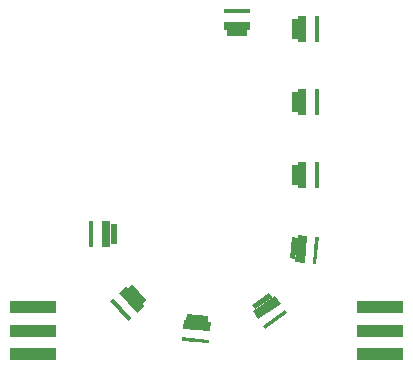
<source format=gts>
G04 #@! TF.FileFunction,Soldermask,Top*
%FSLAX46Y46*%
G04 Gerber Fmt 4.6, Leading zero omitted, Abs format (unit mm)*
G04 Created by KiCad (PCBNEW 4.0.0-rc2-stable) date 3/3/2016 3:45:09 PM*
%MOMM*%
G01*
G04 APERTURE LIST*
%ADD10C,0.150000*%
%ADD11R,0.500000X1.800000*%
%ADD12R,0.320000X2.300000*%
%ADD13R,0.800000X2.300000*%
%ADD14R,1.800000X0.500000*%
%ADD15R,2.300000X0.320000*%
%ADD16R,2.300000X0.800000*%
%ADD17R,4.000000X1.000000*%
%ADD18C,0.600000*%
G04 APERTURE END LIST*
D10*
D11*
X55799590Y-40035686D03*
D12*
X53899590Y-40035686D03*
D13*
X55149590Y-40035686D03*
D10*
G36*
X57367855Y-44275490D02*
X58581651Y-45604663D01*
X58212437Y-45941828D01*
X56998641Y-44612655D01*
X57367855Y-44275490D01*
X57367855Y-44275490D01*
G37*
G36*
X55729799Y-45432801D02*
X57280760Y-47131189D01*
X57044463Y-47346975D01*
X55493502Y-45648587D01*
X55729799Y-45432801D01*
X55729799Y-45432801D01*
G37*
G36*
X56830058Y-44428048D02*
X58381019Y-46126435D01*
X57790276Y-46665900D01*
X56239315Y-44967513D01*
X56830058Y-44428048D01*
X56830058Y-44428048D01*
G37*
G36*
X62013594Y-46795943D02*
X63808175Y-46935511D01*
X63769406Y-47434005D01*
X61974825Y-47294437D01*
X62013594Y-46795943D01*
X62013594Y-46795943D01*
G37*
G36*
X61610046Y-48760566D02*
X63903122Y-48938903D01*
X63878310Y-49257940D01*
X61585234Y-49079603D01*
X61610046Y-48760566D01*
X61610046Y-48760566D01*
G37*
G36*
X61725577Y-47275053D02*
X64018653Y-47453390D01*
X63956623Y-48250981D01*
X61663547Y-48072644D01*
X61725577Y-47275053D01*
X61725577Y-47275053D01*
G37*
G36*
X67511245Y-45982797D02*
X68997921Y-44968009D01*
X69279807Y-45380975D01*
X67793131Y-46395763D01*
X67511245Y-45982797D01*
X67511245Y-45982797D01*
G37*
G36*
X68426667Y-47767343D02*
X70326308Y-46470669D01*
X70506715Y-46734967D01*
X68607074Y-48031641D01*
X68426667Y-47767343D01*
X68426667Y-47767343D01*
G37*
G36*
X67586648Y-46536705D02*
X69486289Y-45240032D01*
X69937306Y-45900777D01*
X68037665Y-47197450D01*
X67586648Y-46536705D01*
X67586648Y-46536705D01*
G37*
G36*
X70707228Y-42079476D02*
X70881199Y-40287903D01*
X71378858Y-40336228D01*
X71204887Y-42127801D01*
X70707228Y-42079476D01*
X70707228Y-42079476D01*
G37*
G36*
X72663749Y-42520641D02*
X72886045Y-40231409D01*
X73204547Y-40262337D01*
X72982251Y-42551569D01*
X72663749Y-42520641D01*
X72663749Y-42520641D01*
G37*
G36*
X71180724Y-42376631D02*
X71403021Y-40087399D01*
X72199276Y-40164719D01*
X71976979Y-42453951D01*
X71180724Y-42376631D01*
X71180724Y-42376631D01*
G37*
D11*
X71143080Y-35021465D03*
D12*
X73043080Y-35021465D03*
D13*
X71793080Y-35021465D03*
D11*
X71143080Y-28815262D03*
D12*
X73043080Y-28815262D03*
D13*
X71793080Y-28815262D03*
D11*
X71143080Y-22609060D03*
D12*
X73043080Y-22609060D03*
D13*
X71793080Y-22609060D03*
D14*
X66223305Y-23004706D03*
D15*
X66223305Y-21104706D03*
D16*
X66223305Y-22354706D03*
D17*
X78367330Y-50192207D03*
X78367330Y-48192207D03*
X78367330Y-46192207D03*
D18*
X77367330Y-50192207D03*
X77367330Y-48192207D03*
X77367330Y-46192207D03*
D17*
X49020836Y-46192207D03*
X49020836Y-48192207D03*
X49020836Y-50192207D03*
D18*
X50020836Y-46192207D03*
X50020836Y-48192207D03*
X50020836Y-50192207D03*
M02*

</source>
